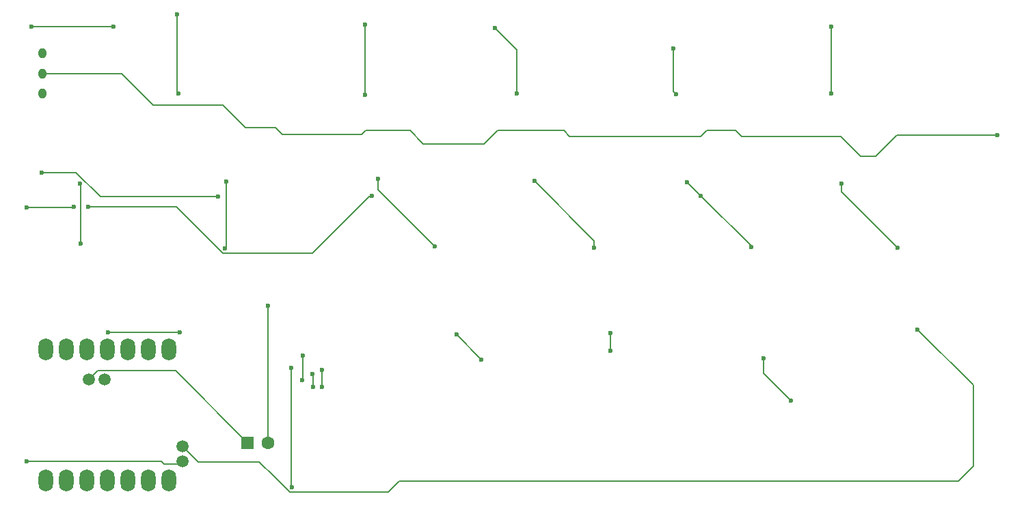
<source format=gbr>
%TF.GenerationSoftware,KiCad,Pcbnew,8.0.7*%
%TF.CreationDate,2025-01-09T22:13:58+09:00*%
%TF.ProjectId,cool937tb_L,636f6f6c-3933-4377-9462-5f4c2e6b6963,rev?*%
%TF.SameCoordinates,Original*%
%TF.FileFunction,Copper,L1,Top*%
%TF.FilePolarity,Positive*%
%FSLAX46Y46*%
G04 Gerber Fmt 4.6, Leading zero omitted, Abs format (unit mm)*
G04 Created by KiCad (PCBNEW 8.0.7) date 2025-01-09 22:13:58*
%MOMM*%
%LPD*%
G01*
G04 APERTURE LIST*
%TA.AperFunction,ComponentPad*%
%ADD10O,1.000000X1.300000*%
%TD*%
%TA.AperFunction,ComponentPad*%
%ADD11R,1.600000X1.600000*%
%TD*%
%TA.AperFunction,ComponentPad*%
%ADD12C,1.600000*%
%TD*%
%TA.AperFunction,ComponentPad*%
%ADD13O,1.800000X2.750000*%
%TD*%
%TA.AperFunction,ComponentPad*%
%ADD14C,1.500000*%
%TD*%
%TA.AperFunction,ViaPad*%
%ADD15C,0.600000*%
%TD*%
%TA.AperFunction,Conductor*%
%ADD16C,0.200000*%
%TD*%
G04 APERTURE END LIST*
D10*
%TO.P,SW23,1,A*%
%TO.N,Net-(J1-Pin_2)*%
X-6990000Y-16600000D03*
%TO.P,SW23,2,B*%
%TO.N,Bat*%
X-6990000Y-14100000D03*
%TO.P,SW23,3,C*%
%TO.N,unconnected-(SW23-C-Pad3)*%
X-6990000Y-11600000D03*
%TD*%
D11*
%TO.P,J1,1,Pin_1*%
%TO.N,GND*%
X18450000Y-59900000D03*
D12*
%TO.P,J1,2,Pin_2*%
%TO.N,Net-(J1-Pin_2)*%
X20970000Y-59900000D03*
%TD*%
D13*
%TO.P,U1,1,P0.02_A0_D0*%
%TO.N,RE_B*%
X-6600000Y-48350000D03*
%TO.P,U1,2,P0.03_A1_D1*%
%TO.N,Row0*%
X-4060000Y-48350000D03*
%TO.P,U1,3,P0.28_A2_D2*%
%TO.N,Row1*%
X-1520000Y-48350000D03*
%TO.P,U1,4,P0.29_A3_D3*%
%TO.N,Row2*%
X1020000Y-48350000D03*
%TO.P,U1,5,P0.04_A4_D4_SDA*%
%TO.N,unconnected-(U1-P0.04_A4_D4_SDA-Pad5)*%
X3560000Y-48350000D03*
%TO.P,U1,6,P0.05_A5_D5_SCL*%
%TO.N,RE_A1*%
X6100000Y-48350000D03*
%TO.P,U1,7,P1.11_D6_TX*%
%TO.N,Row3*%
X8640000Y-48350000D03*
%TO.P,U1,8,P1.12_D7_RX*%
%TO.N,Col3*%
X8640000Y-64590000D03*
%TO.P,U1,9,P1.13_D8_SCK*%
%TO.N,Col2*%
X6100000Y-64590000D03*
%TO.P,U1,10,P1.14_D9_MISO*%
%TO.N,Col1*%
X3560000Y-64590000D03*
%TO.P,U1,11,P1.15_D10_MOSI*%
%TO.N,Col0*%
X1020000Y-64590000D03*
%TO.P,U1,12,3V3*%
%TO.N,unconnected-(U1-3V3-Pad12)*%
X-1520000Y-64590000D03*
%TO.P,U1,13,GND*%
%TO.N,GND*%
X-4060000Y-64590000D03*
%TO.P,U1,14,5V*%
%TO.N,VCC*%
X-6600000Y-64590000D03*
D14*
%TO.P,U1,15,NFC1_0.09*%
%TO.N,Col5*%
X10332000Y-60305400D03*
%TO.P,U1,16,NFC2_0.10*%
%TO.N,Col4*%
X10332000Y-62185000D03*
%TO.P,U1,20,BATT+*%
%TO.N,Bat*%
X703000Y-52025000D03*
%TO.P,U1,21,BATT-*%
%TO.N,GND*%
X-1202000Y-52025000D03*
%TD*%
D15*
%TO.N,Col4*%
X-8900000Y-62200000D03*
%TO.N,Row3*%
X23840000Y-50590000D03*
%TO.N,Bat*%
X111270000Y-21730000D03*
%TO.N,Row0*%
X-8320000Y-8280000D03*
X1830000Y-8290000D03*
%TO.N,Row1*%
X-2300000Y-27740000D03*
X-2250000Y-35190000D03*
%TO.N,Row2*%
X1160000Y-46170000D03*
X10000000Y-46170000D03*
%TO.N,Row3*%
X23870000Y-65420000D03*
%TO.N,Col1*%
X9820000Y-16530000D03*
X25180000Y-52080000D03*
X25260000Y-49080000D03*
X9690000Y-6720000D03*
X15770000Y-27460000D03*
X15590000Y-35760000D03*
%TO.N,Col2*%
X44290000Y-46480000D03*
X33010000Y-7990000D03*
X34620000Y-27110000D03*
X26510000Y-52980000D03*
X26490000Y-51380000D03*
X47380000Y-49560000D03*
X32960000Y-16770000D03*
X41630000Y-35530000D03*
%TO.N,Col3*%
X51750000Y-16520000D03*
X53950000Y-27420000D03*
X63400000Y-48500000D03*
X63370000Y-46240000D03*
X61350000Y-35730000D03*
X49080000Y-8450000D03*
X27640000Y-50870000D03*
X27640000Y-52970000D03*
%TO.N,Col4*%
X72870000Y-27530000D03*
X74585000Y-29245000D03*
X82320000Y-49370000D03*
X-1290000Y-30640000D03*
X80800000Y-35640000D03*
X85720000Y-54670000D03*
X33810000Y-29230000D03*
X-8920000Y-30670000D03*
X71190000Y-10980000D03*
X-3060000Y-30640000D03*
X71530000Y-16610000D03*
%TO.N,Col5*%
X98890000Y-35670000D03*
X90690000Y-8230000D03*
X90730000Y-16580000D03*
X101370000Y-45820000D03*
X92010000Y-27770000D03*
%TO.N,Net-(J1-Pin_2)*%
X14810000Y-29360000D03*
X20970000Y-42890000D03*
X-7090000Y-26350000D03*
%TD*%
D16*
%TO.N,Col4*%
X9972051Y-62555247D02*
X10332000Y-62195298D01*
X10332000Y-62195298D02*
X10332000Y-62185000D01*
X7744592Y-62200000D02*
X8099839Y-62555247D01*
X-8900000Y-62200000D02*
X7744592Y-62200000D01*
X8099839Y-62555247D02*
X9972051Y-62555247D01*
%TO.N,Row3*%
X23840000Y-50590000D02*
X23840000Y-57720000D01*
X23840000Y-57720000D02*
X23848553Y-57728553D01*
%TO.N,GND*%
X-1202000Y-52025000D02*
X-152000Y-50975000D01*
X-152000Y-50975000D02*
X9525000Y-50975000D01*
X9525000Y-50975000D02*
X18450000Y-59900000D01*
%TO.N,Col5*%
X10332000Y-60305400D02*
X12295130Y-62268530D01*
X12295130Y-62268530D02*
X19870000Y-62268530D01*
%TO.N,Bat*%
X18130000Y-20790000D02*
X21875545Y-20790000D01*
X79610000Y-21870000D02*
X91869758Y-21870000D01*
X78890000Y-21150000D02*
X79610000Y-21870000D01*
X57575242Y-21150000D02*
X58295242Y-21870000D01*
X2788508Y-14100000D02*
X2914254Y-14225746D01*
X94349758Y-24350000D02*
X96235545Y-24350000D01*
X6688508Y-18000000D02*
X15340000Y-18000000D01*
X2768508Y-14080000D02*
X2914254Y-14225746D01*
X38525242Y-21150000D02*
X40175242Y-22800000D01*
X21875545Y-20790000D02*
X22735545Y-21650000D01*
X2914254Y-14225746D02*
X6688508Y-18000000D01*
X58295242Y-21870000D02*
X74579758Y-21870000D01*
X74579758Y-21870000D02*
X75299758Y-21150000D01*
X91869758Y-21870000D02*
X94349758Y-24350000D01*
X98855545Y-21730000D02*
X111270000Y-21730000D01*
X49380000Y-21150000D02*
X57575242Y-21150000D01*
X33020000Y-21150000D02*
X38525242Y-21150000D01*
X32520000Y-21650000D02*
X33020000Y-21150000D01*
X22735545Y-21650000D02*
X32520000Y-21650000D01*
X-6990000Y-14100000D02*
X2788508Y-14100000D01*
X40175242Y-22800000D02*
X47730000Y-22800000D01*
X96235545Y-24350000D02*
X98855545Y-21730000D01*
X75299758Y-21150000D02*
X78890000Y-21150000D01*
X47730000Y-22800000D02*
X49380000Y-21150000D01*
X15340000Y-18000000D02*
X18130000Y-20790000D01*
%TO.N,Row0*%
X-8320000Y-8280000D02*
X1820000Y-8280000D01*
X1820000Y-8280000D02*
X1830000Y-8290000D01*
%TO.N,Row1*%
X-2250000Y-35190000D02*
X-2250000Y-27790000D01*
X-2250000Y-27790000D02*
X-2300000Y-27740000D01*
%TO.N,Row2*%
X10000000Y-46170000D02*
X1160000Y-46170000D01*
%TO.N,Row3*%
X23848553Y-57728553D02*
X23848553Y-65398553D01*
X23848553Y-65398553D02*
X23870000Y-65420000D01*
%TO.N,Col1*%
X15770000Y-35580000D02*
X15590000Y-35760000D01*
X9690000Y-16400000D02*
X9820000Y-16530000D01*
X9690000Y-6720000D02*
X9690000Y-16400000D01*
X25260000Y-49080000D02*
X25260000Y-52000000D01*
X25260000Y-52000000D02*
X25180000Y-52080000D01*
X15770000Y-27460000D02*
X15770000Y-35580000D01*
%TO.N,Col2*%
X26510000Y-51400000D02*
X26490000Y-51380000D01*
X34620000Y-27110000D02*
X34620000Y-28520000D01*
X26510000Y-52980000D02*
X26510000Y-51400000D01*
X47370000Y-49560000D02*
X47380000Y-49560000D01*
X33010000Y-7990000D02*
X33010000Y-16720000D01*
X34620000Y-28520000D02*
X41630000Y-35530000D01*
X44290000Y-46480000D02*
X47370000Y-49560000D01*
X33010000Y-16720000D02*
X32960000Y-16770000D01*
%TO.N,Col3*%
X49080000Y-8450000D02*
X51750000Y-11120000D01*
X27640000Y-52970000D02*
X27640000Y-50870000D01*
X63400000Y-46270000D02*
X63370000Y-46240000D01*
X51750000Y-11120000D02*
X51750000Y-16520000D01*
X61350000Y-34820000D02*
X61350000Y-35730000D01*
X53950000Y-27420000D02*
X61350000Y-34820000D01*
X63400000Y-48500000D02*
X63400000Y-46270000D01*
%TO.N,Col4*%
X9621471Y-30640000D02*
X15341471Y-36360000D01*
X80800000Y-35460000D02*
X80800000Y-35640000D01*
X15341471Y-36360000D02*
X26464758Y-36360000D01*
X-1290000Y-30640000D02*
X9621471Y-30640000D01*
X82320000Y-51270000D02*
X85720000Y-54670000D01*
X-8920000Y-30670000D02*
X-3090000Y-30670000D01*
X74585000Y-29245000D02*
X80800000Y-35460000D01*
X26464758Y-36360000D02*
X33594758Y-29230000D01*
X-3090000Y-30670000D02*
X-3060000Y-30640000D01*
X71190000Y-10980000D02*
X71190000Y-16270000D01*
X82320000Y-49370000D02*
X82320000Y-51270000D01*
X71190000Y-16270000D02*
X71530000Y-16610000D01*
X72870000Y-27530000D02*
X74585000Y-29245000D01*
X33594758Y-29230000D02*
X33810000Y-29230000D01*
%TO.N,Col5*%
X35847258Y-66020000D02*
X37217258Y-64650000D01*
X37217258Y-64650000D02*
X106450000Y-64650000D01*
X106450000Y-64650000D02*
X108290000Y-62810000D01*
X23621471Y-66020000D02*
X35847258Y-66020000D01*
X90690000Y-16540000D02*
X90730000Y-16580000D01*
X92010000Y-27770000D02*
X92010000Y-28790000D01*
X19870000Y-62268530D02*
X21700735Y-64099265D01*
X21700735Y-64099265D02*
X23621471Y-66020000D01*
X108290000Y-62810000D02*
X108290000Y-52740000D01*
X108290000Y-52740000D02*
X101370000Y-45820000D01*
X92010000Y-28790000D02*
X98890000Y-35670000D01*
X90690000Y-8230000D02*
X90690000Y-16540000D01*
%TO.N,Net-(J1-Pin_2)*%
X20970000Y-42890000D02*
X20970000Y-59900000D01*
X-2841471Y-26350000D02*
X168529Y-29360000D01*
X-7090000Y-26350000D02*
X-2841471Y-26350000D01*
X168529Y-29360000D02*
X14810000Y-29360000D01*
%TD*%
M02*

</source>
